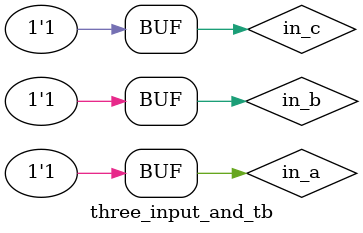
<source format=v>
`timescale 1ns/1ns
module three_input_norer
(
    input in_a, 
    input in_b, 
    input in_c, 
    output answer
);
    nor(answer, in_a, in_b, in_c);

endmodule

module three_input_and
(
    input in_a,
    input in_b,
    input in_c,
    output answer
);
    three_input_norer n1(.in_a(in_a), .in_b(in_a), .in_c(in_a), .answer(x));
    three_input_norer n2(.in_a(in_b), .in_b(in_b), .in_c(in_b), .answer(y));
    three_input_norer n3(.in_a(in_c), .in_b(in_c), .in_c(in_c), .answer(z));
    three_input_norer n4(.in_a(x), .in_b(y), .in_c(z), .answer(answer));

endmodule

module three_input_and_tb;
    reg in_a;
    reg in_b;
    reg in_c;

    three_input_and A(.in_a(in_a), .in_b(in_b), .in_c(in_c), .answer(answer));

    initial
    begin
        $dumpfile("3inputand.vcd");
        $dumpvars(0, three_input_and_tb);
    end

    initial
    begin
        in_a = 1'b0;
        in_b = 1'b0;
        in_c = 1'b0;
        #20;
    
        in_a = 1'b0;
        in_b = 1'b0;
        in_c = 1'b1;
        #20;

        in_a = 1'b0;
        in_b = 1'b1;
        in_c = 1'b0;
        #20;

        in_a = 1'b0;
        in_b = 1'b1;
        in_c = 1'b1;
        #20;

        in_a = 1'b1;
        in_b = 1'b0;
        in_c = 1'b0;
        #20;

        in_a = 1'b1;
        in_b = 1'b0;
        in_c = 1'b1;
        #20;

        in_a = 1'b1;
        in_b = 1'b1;
        in_c = 1'b0;
        #20;

        in_a = 1'b1;
        in_b = 1'b1;
        in_c = 1'b1;
        #20;
    end

    initial
    begin
        $display("Three input AND:");
        $monitor("A = %d\tB = %d\tC = %d\tAandBandC = %d\t", in_a, in_b, in_c, answer);
    end

endmodule
</source>
